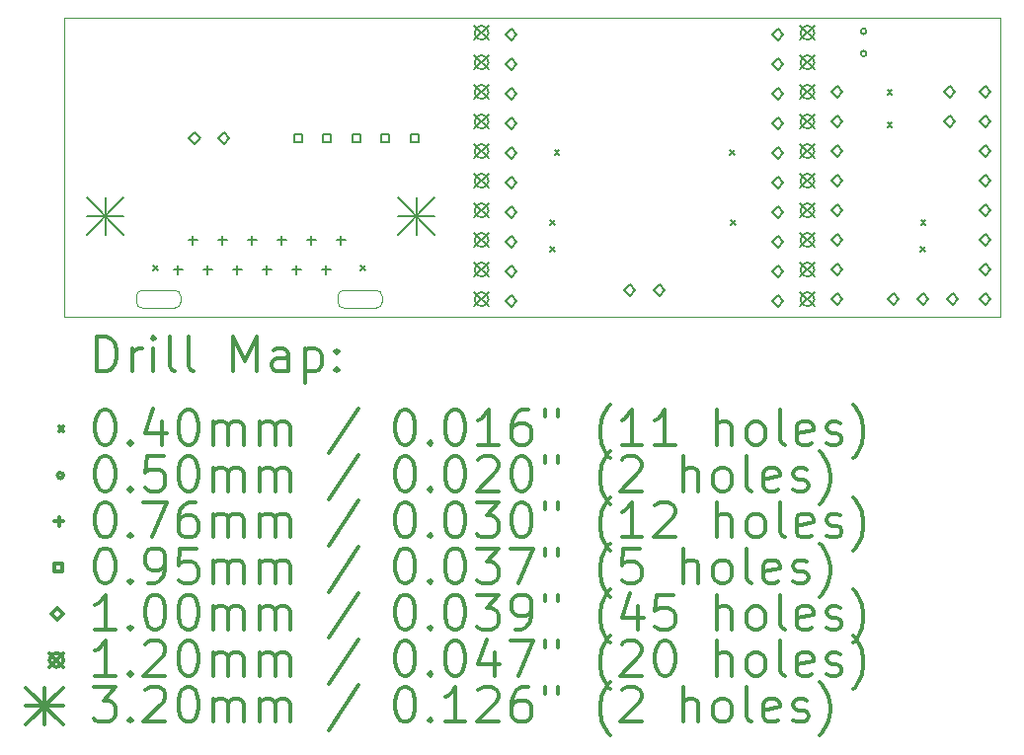
<source format=gbr>
%FSLAX45Y45*%
G04 Gerber Fmt 4.5, Leading zero omitted, Abs format (unit mm)*
G04 Created by KiCad (PCBNEW 5.1.9+dfsg1-1) date 2022-11-10 15:59:03*
%MOMM*%
%LPD*%
G01*
G04 APERTURE LIST*
%TA.AperFunction,Profile*%
%ADD10C,0.050000*%
%TD*%
%ADD11C,0.200000*%
%ADD12C,0.300000*%
G04 APERTURE END LIST*
D10*
X16383000Y-6680200D02*
X16383000Y-9245600D01*
X8356600Y-9245600D02*
X16383000Y-9245600D01*
X8356600Y-6680200D02*
X16383000Y-6680200D01*
X8356600Y-9245600D02*
X8356600Y-6680200D01*
X9029700Y-9169400D02*
X9309100Y-9169400D01*
X9029700Y-9017000D02*
X9309100Y-9017000D01*
X11036300Y-9169400D02*
X10756900Y-9169400D01*
X10756900Y-9017000D02*
X11036300Y-9017000D01*
X11087100Y-9067800D02*
X11087100Y-9118600D01*
X10706100Y-9067800D02*
X10706100Y-9118600D01*
X9359900Y-9067800D02*
X9359900Y-9118600D01*
X8978900Y-9067800D02*
X8978900Y-9118600D01*
X9309100Y-9017000D02*
G75*
G02*
X9359900Y-9067800I0J-50800D01*
G01*
X9359900Y-9118600D02*
G75*
G02*
X9309100Y-9169400I-50800J0D01*
G01*
X9029700Y-9169400D02*
G75*
G02*
X8978900Y-9118600I0J50800D01*
G01*
X8978900Y-9067800D02*
G75*
G02*
X9029700Y-9017000I50800J0D01*
G01*
X11036300Y-9017000D02*
G75*
G02*
X11087100Y-9067800I0J-50800D01*
G01*
X11087100Y-9118600D02*
G75*
G02*
X11036300Y-9169400I-50800J0D01*
G01*
X10756900Y-9169400D02*
G75*
G02*
X10706100Y-9118600I0J50800D01*
G01*
X10706100Y-9067800D02*
G75*
G02*
X10756900Y-9017000I50800J0D01*
G01*
D11*
X9124000Y-8806500D02*
X9164000Y-8846500D01*
X9164000Y-8806500D02*
X9124000Y-8846500D01*
X10902000Y-8806500D02*
X10942000Y-8846500D01*
X10942000Y-8806500D02*
X10902000Y-8846500D01*
X12527600Y-8412800D02*
X12567600Y-8452800D01*
X12567600Y-8412800D02*
X12527600Y-8452800D01*
X12527600Y-8641400D02*
X12567600Y-8681400D01*
X12567600Y-8641400D02*
X12527600Y-8681400D01*
X12565000Y-7811800D02*
X12605000Y-7851800D01*
X12605000Y-7811800D02*
X12565000Y-7851800D01*
X14065000Y-7811800D02*
X14105000Y-7851800D01*
X14105000Y-7811800D02*
X14065000Y-7851800D01*
X14077000Y-8412800D02*
X14117000Y-8452800D01*
X14117000Y-8412800D02*
X14077000Y-8452800D01*
X15418900Y-7295200D02*
X15458900Y-7335200D01*
X15458900Y-7295200D02*
X15418900Y-7335200D01*
X15418900Y-7574600D02*
X15458900Y-7614600D01*
X15458900Y-7574600D02*
X15418900Y-7614600D01*
X15704750Y-8641400D02*
X15744750Y-8681400D01*
X15744750Y-8641400D02*
X15704750Y-8681400D01*
X15706900Y-8412800D02*
X15746900Y-8452800D01*
X15746900Y-8412800D02*
X15706900Y-8452800D01*
X15239600Y-6795000D02*
G75*
G03*
X15239600Y-6795000I-25000J0D01*
G01*
X15239600Y-6985000D02*
G75*
G03*
X15239600Y-6985000I-25000J0D01*
G01*
X9334500Y-8801100D02*
X9334500Y-8877300D01*
X9296400Y-8839200D02*
X9372600Y-8839200D01*
X9461500Y-8547100D02*
X9461500Y-8623300D01*
X9423400Y-8585200D02*
X9499600Y-8585200D01*
X9588500Y-8801100D02*
X9588500Y-8877300D01*
X9550400Y-8839200D02*
X9626600Y-8839200D01*
X9715500Y-8547100D02*
X9715500Y-8623300D01*
X9677400Y-8585200D02*
X9753600Y-8585200D01*
X9842500Y-8801100D02*
X9842500Y-8877300D01*
X9804400Y-8839200D02*
X9880600Y-8839200D01*
X9969500Y-8547100D02*
X9969500Y-8623300D01*
X9931400Y-8585200D02*
X10007600Y-8585200D01*
X10096500Y-8801100D02*
X10096500Y-8877300D01*
X10058400Y-8839200D02*
X10134600Y-8839200D01*
X10223500Y-8547100D02*
X10223500Y-8623300D01*
X10185400Y-8585200D02*
X10261600Y-8585200D01*
X10350500Y-8801100D02*
X10350500Y-8877300D01*
X10312400Y-8839200D02*
X10388600Y-8839200D01*
X10477500Y-8547100D02*
X10477500Y-8623300D01*
X10439400Y-8585200D02*
X10515600Y-8585200D01*
X10604500Y-8801100D02*
X10604500Y-8877300D01*
X10566400Y-8839200D02*
X10642600Y-8839200D01*
X10731500Y-8547100D02*
X10731500Y-8623300D01*
X10693400Y-8585200D02*
X10769600Y-8585200D01*
X10396788Y-7742488D02*
X10396788Y-7675312D01*
X10329612Y-7675312D01*
X10329612Y-7742488D01*
X10396788Y-7742488D01*
X10646788Y-7742488D02*
X10646788Y-7675312D01*
X10579612Y-7675312D01*
X10579612Y-7742488D01*
X10646788Y-7742488D01*
X10896788Y-7742488D02*
X10896788Y-7675312D01*
X10829612Y-7675312D01*
X10829612Y-7742488D01*
X10896788Y-7742488D01*
X11146788Y-7742488D02*
X11146788Y-7675312D01*
X11079612Y-7675312D01*
X11079612Y-7742488D01*
X11146788Y-7742488D01*
X11396788Y-7742488D02*
X11396788Y-7675312D01*
X11329612Y-7675312D01*
X11329612Y-7742488D01*
X11396788Y-7742488D01*
X9478200Y-7758900D02*
X9528200Y-7708900D01*
X9478200Y-7658900D01*
X9428200Y-7708900D01*
X9478200Y-7758900D01*
X9728200Y-7758900D02*
X9778200Y-7708900D01*
X9728200Y-7658900D01*
X9678200Y-7708900D01*
X9728200Y-7758900D01*
X12192000Y-6869900D02*
X12242000Y-6819900D01*
X12192000Y-6769900D01*
X12142000Y-6819900D01*
X12192000Y-6869900D01*
X12192000Y-7123900D02*
X12242000Y-7073900D01*
X12192000Y-7023900D01*
X12142000Y-7073900D01*
X12192000Y-7123900D01*
X12192000Y-7377900D02*
X12242000Y-7327900D01*
X12192000Y-7277900D01*
X12142000Y-7327900D01*
X12192000Y-7377900D01*
X12192000Y-7631900D02*
X12242000Y-7581900D01*
X12192000Y-7531900D01*
X12142000Y-7581900D01*
X12192000Y-7631900D01*
X12192000Y-7885900D02*
X12242000Y-7835900D01*
X12192000Y-7785900D01*
X12142000Y-7835900D01*
X12192000Y-7885900D01*
X12192000Y-8139900D02*
X12242000Y-8089900D01*
X12192000Y-8039900D01*
X12142000Y-8089900D01*
X12192000Y-8139900D01*
X12192000Y-8393900D02*
X12242000Y-8343900D01*
X12192000Y-8293900D01*
X12142000Y-8343900D01*
X12192000Y-8393900D01*
X12192000Y-8647900D02*
X12242000Y-8597900D01*
X12192000Y-8547900D01*
X12142000Y-8597900D01*
X12192000Y-8647900D01*
X12192000Y-8901900D02*
X12242000Y-8851900D01*
X12192000Y-8801900D01*
X12142000Y-8851900D01*
X12192000Y-8901900D01*
X12192000Y-9155900D02*
X12242000Y-9105900D01*
X12192000Y-9055900D01*
X12142000Y-9105900D01*
X12192000Y-9155900D01*
X13208000Y-9067000D02*
X13258000Y-9017000D01*
X13208000Y-8967000D01*
X13158000Y-9017000D01*
X13208000Y-9067000D01*
X13462000Y-9067000D02*
X13512000Y-9017000D01*
X13462000Y-8967000D01*
X13412000Y-9017000D01*
X13462000Y-9067000D01*
X14478000Y-6869900D02*
X14528000Y-6819900D01*
X14478000Y-6769900D01*
X14428000Y-6819900D01*
X14478000Y-6869900D01*
X14478000Y-7123900D02*
X14528000Y-7073900D01*
X14478000Y-7023900D01*
X14428000Y-7073900D01*
X14478000Y-7123900D01*
X14478000Y-7377900D02*
X14528000Y-7327900D01*
X14478000Y-7277900D01*
X14428000Y-7327900D01*
X14478000Y-7377900D01*
X14478000Y-7631900D02*
X14528000Y-7581900D01*
X14478000Y-7531900D01*
X14428000Y-7581900D01*
X14478000Y-7631900D01*
X14478000Y-7885900D02*
X14528000Y-7835900D01*
X14478000Y-7785900D01*
X14428000Y-7835900D01*
X14478000Y-7885900D01*
X14478000Y-8139900D02*
X14528000Y-8089900D01*
X14478000Y-8039900D01*
X14428000Y-8089900D01*
X14478000Y-8139900D01*
X14478000Y-8393900D02*
X14528000Y-8343900D01*
X14478000Y-8293900D01*
X14428000Y-8343900D01*
X14478000Y-8393900D01*
X14478000Y-8647900D02*
X14528000Y-8597900D01*
X14478000Y-8547900D01*
X14428000Y-8597900D01*
X14478000Y-8647900D01*
X14478000Y-8901900D02*
X14528000Y-8851900D01*
X14478000Y-8801900D01*
X14428000Y-8851900D01*
X14478000Y-8901900D01*
X14478000Y-9155900D02*
X14528000Y-9105900D01*
X14478000Y-9055900D01*
X14428000Y-9105900D01*
X14478000Y-9155900D01*
X14986000Y-7365200D02*
X15036000Y-7315200D01*
X14986000Y-7265200D01*
X14936000Y-7315200D01*
X14986000Y-7365200D01*
X14986000Y-7619200D02*
X15036000Y-7569200D01*
X14986000Y-7519200D01*
X14936000Y-7569200D01*
X14986000Y-7619200D01*
X14986000Y-7873200D02*
X15036000Y-7823200D01*
X14986000Y-7773200D01*
X14936000Y-7823200D01*
X14986000Y-7873200D01*
X14986000Y-8127200D02*
X15036000Y-8077200D01*
X14986000Y-8027200D01*
X14936000Y-8077200D01*
X14986000Y-8127200D01*
X14986000Y-8381200D02*
X15036000Y-8331200D01*
X14986000Y-8281200D01*
X14936000Y-8331200D01*
X14986000Y-8381200D01*
X14986000Y-8635200D02*
X15036000Y-8585200D01*
X14986000Y-8535200D01*
X14936000Y-8585200D01*
X14986000Y-8635200D01*
X14986000Y-8889200D02*
X15036000Y-8839200D01*
X14986000Y-8789200D01*
X14936000Y-8839200D01*
X14986000Y-8889200D01*
X14986000Y-9143200D02*
X15036000Y-9093200D01*
X14986000Y-9043200D01*
X14936000Y-9093200D01*
X14986000Y-9143200D01*
X15468600Y-9143200D02*
X15518600Y-9093200D01*
X15468600Y-9043200D01*
X15418600Y-9093200D01*
X15468600Y-9143200D01*
X15722600Y-9143200D02*
X15772600Y-9093200D01*
X15722600Y-9043200D01*
X15672600Y-9093200D01*
X15722600Y-9143200D01*
X15951200Y-7365200D02*
X16001200Y-7315200D01*
X15951200Y-7265200D01*
X15901200Y-7315200D01*
X15951200Y-7365200D01*
X15951200Y-7619200D02*
X16001200Y-7569200D01*
X15951200Y-7519200D01*
X15901200Y-7569200D01*
X15951200Y-7619200D01*
X15976600Y-9143200D02*
X16026600Y-9093200D01*
X15976600Y-9043200D01*
X15926600Y-9093200D01*
X15976600Y-9143200D01*
X16256000Y-7365200D02*
X16306000Y-7315200D01*
X16256000Y-7265200D01*
X16206000Y-7315200D01*
X16256000Y-7365200D01*
X16256000Y-7619200D02*
X16306000Y-7569200D01*
X16256000Y-7519200D01*
X16206000Y-7569200D01*
X16256000Y-7619200D01*
X16256000Y-7873200D02*
X16306000Y-7823200D01*
X16256000Y-7773200D01*
X16206000Y-7823200D01*
X16256000Y-7873200D01*
X16256000Y-8127200D02*
X16306000Y-8077200D01*
X16256000Y-8027200D01*
X16206000Y-8077200D01*
X16256000Y-8127200D01*
X16256000Y-8381200D02*
X16306000Y-8331200D01*
X16256000Y-8281200D01*
X16206000Y-8331200D01*
X16256000Y-8381200D01*
X16256000Y-8635200D02*
X16306000Y-8585200D01*
X16256000Y-8535200D01*
X16206000Y-8585200D01*
X16256000Y-8635200D01*
X16256000Y-8889200D02*
X16306000Y-8839200D01*
X16256000Y-8789200D01*
X16206000Y-8839200D01*
X16256000Y-8889200D01*
X16256000Y-9143200D02*
X16306000Y-9093200D01*
X16256000Y-9043200D01*
X16206000Y-9093200D01*
X16256000Y-9143200D01*
X11878000Y-6747200D02*
X11998000Y-6867200D01*
X11998000Y-6747200D02*
X11878000Y-6867200D01*
X11998000Y-6807200D02*
G75*
G03*
X11998000Y-6807200I-60000J0D01*
G01*
X11878000Y-7001200D02*
X11998000Y-7121200D01*
X11998000Y-7001200D02*
X11878000Y-7121200D01*
X11998000Y-7061200D02*
G75*
G03*
X11998000Y-7061200I-60000J0D01*
G01*
X11878000Y-7255200D02*
X11998000Y-7375200D01*
X11998000Y-7255200D02*
X11878000Y-7375200D01*
X11998000Y-7315200D02*
G75*
G03*
X11998000Y-7315200I-60000J0D01*
G01*
X11878000Y-7509200D02*
X11998000Y-7629200D01*
X11998000Y-7509200D02*
X11878000Y-7629200D01*
X11998000Y-7569200D02*
G75*
G03*
X11998000Y-7569200I-60000J0D01*
G01*
X11878000Y-7763200D02*
X11998000Y-7883200D01*
X11998000Y-7763200D02*
X11878000Y-7883200D01*
X11998000Y-7823200D02*
G75*
G03*
X11998000Y-7823200I-60000J0D01*
G01*
X11878000Y-8017200D02*
X11998000Y-8137200D01*
X11998000Y-8017200D02*
X11878000Y-8137200D01*
X11998000Y-8077200D02*
G75*
G03*
X11998000Y-8077200I-60000J0D01*
G01*
X11878000Y-8271200D02*
X11998000Y-8391200D01*
X11998000Y-8271200D02*
X11878000Y-8391200D01*
X11998000Y-8331200D02*
G75*
G03*
X11998000Y-8331200I-60000J0D01*
G01*
X11878000Y-8525200D02*
X11998000Y-8645200D01*
X11998000Y-8525200D02*
X11878000Y-8645200D01*
X11998000Y-8585200D02*
G75*
G03*
X11998000Y-8585200I-60000J0D01*
G01*
X11878000Y-8779200D02*
X11998000Y-8899200D01*
X11998000Y-8779200D02*
X11878000Y-8899200D01*
X11998000Y-8839200D02*
G75*
G03*
X11998000Y-8839200I-60000J0D01*
G01*
X11878000Y-9033200D02*
X11998000Y-9153200D01*
X11998000Y-9033200D02*
X11878000Y-9153200D01*
X11998000Y-9093200D02*
G75*
G03*
X11998000Y-9093200I-60000J0D01*
G01*
X14672000Y-6747200D02*
X14792000Y-6867200D01*
X14792000Y-6747200D02*
X14672000Y-6867200D01*
X14792000Y-6807200D02*
G75*
G03*
X14792000Y-6807200I-60000J0D01*
G01*
X14672000Y-7001200D02*
X14792000Y-7121200D01*
X14792000Y-7001200D02*
X14672000Y-7121200D01*
X14792000Y-7061200D02*
G75*
G03*
X14792000Y-7061200I-60000J0D01*
G01*
X14672000Y-7255200D02*
X14792000Y-7375200D01*
X14792000Y-7255200D02*
X14672000Y-7375200D01*
X14792000Y-7315200D02*
G75*
G03*
X14792000Y-7315200I-60000J0D01*
G01*
X14672000Y-7509200D02*
X14792000Y-7629200D01*
X14792000Y-7509200D02*
X14672000Y-7629200D01*
X14792000Y-7569200D02*
G75*
G03*
X14792000Y-7569200I-60000J0D01*
G01*
X14672000Y-7763200D02*
X14792000Y-7883200D01*
X14792000Y-7763200D02*
X14672000Y-7883200D01*
X14792000Y-7823200D02*
G75*
G03*
X14792000Y-7823200I-60000J0D01*
G01*
X14672000Y-8017200D02*
X14792000Y-8137200D01*
X14792000Y-8017200D02*
X14672000Y-8137200D01*
X14792000Y-8077200D02*
G75*
G03*
X14792000Y-8077200I-60000J0D01*
G01*
X14672000Y-8271200D02*
X14792000Y-8391200D01*
X14792000Y-8271200D02*
X14672000Y-8391200D01*
X14792000Y-8331200D02*
G75*
G03*
X14792000Y-8331200I-60000J0D01*
G01*
X14672000Y-8525200D02*
X14792000Y-8645200D01*
X14792000Y-8525200D02*
X14672000Y-8645200D01*
X14792000Y-8585200D02*
G75*
G03*
X14792000Y-8585200I-60000J0D01*
G01*
X14672000Y-8779200D02*
X14792000Y-8899200D01*
X14792000Y-8779200D02*
X14672000Y-8899200D01*
X14792000Y-8839200D02*
G75*
G03*
X14792000Y-8839200I-60000J0D01*
G01*
X14672000Y-9033200D02*
X14792000Y-9153200D01*
X14792000Y-9033200D02*
X14672000Y-9153200D01*
X14792000Y-9093200D02*
G75*
G03*
X14792000Y-9093200I-60000J0D01*
G01*
X8552200Y-8222000D02*
X8872200Y-8542000D01*
X8872200Y-8222000D02*
X8552200Y-8542000D01*
X8712200Y-8222000D02*
X8712200Y-8542000D01*
X8552200Y-8382000D02*
X8872200Y-8382000D01*
X11219200Y-8222000D02*
X11539200Y-8542000D01*
X11539200Y-8222000D02*
X11219200Y-8542000D01*
X11379200Y-8222000D02*
X11379200Y-8542000D01*
X11219200Y-8382000D02*
X11539200Y-8382000D01*
D12*
X8640528Y-9713814D02*
X8640528Y-9413814D01*
X8711957Y-9413814D01*
X8754814Y-9428100D01*
X8783386Y-9456672D01*
X8797671Y-9485243D01*
X8811957Y-9542386D01*
X8811957Y-9585243D01*
X8797671Y-9642386D01*
X8783386Y-9670957D01*
X8754814Y-9699529D01*
X8711957Y-9713814D01*
X8640528Y-9713814D01*
X8940528Y-9713814D02*
X8940528Y-9513814D01*
X8940528Y-9570957D02*
X8954814Y-9542386D01*
X8969100Y-9528100D01*
X8997671Y-9513814D01*
X9026243Y-9513814D01*
X9126243Y-9713814D02*
X9126243Y-9513814D01*
X9126243Y-9413814D02*
X9111957Y-9428100D01*
X9126243Y-9442386D01*
X9140528Y-9428100D01*
X9126243Y-9413814D01*
X9126243Y-9442386D01*
X9311957Y-9713814D02*
X9283386Y-9699529D01*
X9269100Y-9670957D01*
X9269100Y-9413814D01*
X9469100Y-9713814D02*
X9440528Y-9699529D01*
X9426243Y-9670957D01*
X9426243Y-9413814D01*
X9811957Y-9713814D02*
X9811957Y-9413814D01*
X9911957Y-9628100D01*
X10011957Y-9413814D01*
X10011957Y-9713814D01*
X10283386Y-9713814D02*
X10283386Y-9556672D01*
X10269100Y-9528100D01*
X10240528Y-9513814D01*
X10183386Y-9513814D01*
X10154814Y-9528100D01*
X10283386Y-9699529D02*
X10254814Y-9713814D01*
X10183386Y-9713814D01*
X10154814Y-9699529D01*
X10140528Y-9670957D01*
X10140528Y-9642386D01*
X10154814Y-9613814D01*
X10183386Y-9599529D01*
X10254814Y-9599529D01*
X10283386Y-9585243D01*
X10426243Y-9513814D02*
X10426243Y-9813814D01*
X10426243Y-9528100D02*
X10454814Y-9513814D01*
X10511957Y-9513814D01*
X10540528Y-9528100D01*
X10554814Y-9542386D01*
X10569100Y-9570957D01*
X10569100Y-9656672D01*
X10554814Y-9685243D01*
X10540528Y-9699529D01*
X10511957Y-9713814D01*
X10454814Y-9713814D01*
X10426243Y-9699529D01*
X10697671Y-9685243D02*
X10711957Y-9699529D01*
X10697671Y-9713814D01*
X10683386Y-9699529D01*
X10697671Y-9685243D01*
X10697671Y-9713814D01*
X10697671Y-9528100D02*
X10711957Y-9542386D01*
X10697671Y-9556672D01*
X10683386Y-9542386D01*
X10697671Y-9528100D01*
X10697671Y-9556672D01*
X8314100Y-10188100D02*
X8354100Y-10228100D01*
X8354100Y-10188100D02*
X8314100Y-10228100D01*
X8697671Y-10043814D02*
X8726243Y-10043814D01*
X8754814Y-10058100D01*
X8769100Y-10072386D01*
X8783386Y-10100957D01*
X8797671Y-10158100D01*
X8797671Y-10229529D01*
X8783386Y-10286672D01*
X8769100Y-10315243D01*
X8754814Y-10329529D01*
X8726243Y-10343814D01*
X8697671Y-10343814D01*
X8669100Y-10329529D01*
X8654814Y-10315243D01*
X8640528Y-10286672D01*
X8626243Y-10229529D01*
X8626243Y-10158100D01*
X8640528Y-10100957D01*
X8654814Y-10072386D01*
X8669100Y-10058100D01*
X8697671Y-10043814D01*
X8926243Y-10315243D02*
X8940528Y-10329529D01*
X8926243Y-10343814D01*
X8911957Y-10329529D01*
X8926243Y-10315243D01*
X8926243Y-10343814D01*
X9197671Y-10143814D02*
X9197671Y-10343814D01*
X9126243Y-10029529D02*
X9054814Y-10243814D01*
X9240528Y-10243814D01*
X9411957Y-10043814D02*
X9440528Y-10043814D01*
X9469100Y-10058100D01*
X9483386Y-10072386D01*
X9497671Y-10100957D01*
X9511957Y-10158100D01*
X9511957Y-10229529D01*
X9497671Y-10286672D01*
X9483386Y-10315243D01*
X9469100Y-10329529D01*
X9440528Y-10343814D01*
X9411957Y-10343814D01*
X9383386Y-10329529D01*
X9369100Y-10315243D01*
X9354814Y-10286672D01*
X9340528Y-10229529D01*
X9340528Y-10158100D01*
X9354814Y-10100957D01*
X9369100Y-10072386D01*
X9383386Y-10058100D01*
X9411957Y-10043814D01*
X9640528Y-10343814D02*
X9640528Y-10143814D01*
X9640528Y-10172386D02*
X9654814Y-10158100D01*
X9683386Y-10143814D01*
X9726243Y-10143814D01*
X9754814Y-10158100D01*
X9769100Y-10186672D01*
X9769100Y-10343814D01*
X9769100Y-10186672D02*
X9783386Y-10158100D01*
X9811957Y-10143814D01*
X9854814Y-10143814D01*
X9883386Y-10158100D01*
X9897671Y-10186672D01*
X9897671Y-10343814D01*
X10040528Y-10343814D02*
X10040528Y-10143814D01*
X10040528Y-10172386D02*
X10054814Y-10158100D01*
X10083386Y-10143814D01*
X10126243Y-10143814D01*
X10154814Y-10158100D01*
X10169100Y-10186672D01*
X10169100Y-10343814D01*
X10169100Y-10186672D02*
X10183386Y-10158100D01*
X10211957Y-10143814D01*
X10254814Y-10143814D01*
X10283386Y-10158100D01*
X10297671Y-10186672D01*
X10297671Y-10343814D01*
X10883386Y-10029529D02*
X10626243Y-10415243D01*
X11269100Y-10043814D02*
X11297671Y-10043814D01*
X11326243Y-10058100D01*
X11340528Y-10072386D01*
X11354814Y-10100957D01*
X11369100Y-10158100D01*
X11369100Y-10229529D01*
X11354814Y-10286672D01*
X11340528Y-10315243D01*
X11326243Y-10329529D01*
X11297671Y-10343814D01*
X11269100Y-10343814D01*
X11240528Y-10329529D01*
X11226243Y-10315243D01*
X11211957Y-10286672D01*
X11197671Y-10229529D01*
X11197671Y-10158100D01*
X11211957Y-10100957D01*
X11226243Y-10072386D01*
X11240528Y-10058100D01*
X11269100Y-10043814D01*
X11497671Y-10315243D02*
X11511957Y-10329529D01*
X11497671Y-10343814D01*
X11483386Y-10329529D01*
X11497671Y-10315243D01*
X11497671Y-10343814D01*
X11697671Y-10043814D02*
X11726243Y-10043814D01*
X11754814Y-10058100D01*
X11769100Y-10072386D01*
X11783386Y-10100957D01*
X11797671Y-10158100D01*
X11797671Y-10229529D01*
X11783386Y-10286672D01*
X11769100Y-10315243D01*
X11754814Y-10329529D01*
X11726243Y-10343814D01*
X11697671Y-10343814D01*
X11669100Y-10329529D01*
X11654814Y-10315243D01*
X11640528Y-10286672D01*
X11626243Y-10229529D01*
X11626243Y-10158100D01*
X11640528Y-10100957D01*
X11654814Y-10072386D01*
X11669100Y-10058100D01*
X11697671Y-10043814D01*
X12083386Y-10343814D02*
X11911957Y-10343814D01*
X11997671Y-10343814D02*
X11997671Y-10043814D01*
X11969100Y-10086672D01*
X11940528Y-10115243D01*
X11911957Y-10129529D01*
X12340528Y-10043814D02*
X12283386Y-10043814D01*
X12254814Y-10058100D01*
X12240528Y-10072386D01*
X12211957Y-10115243D01*
X12197671Y-10172386D01*
X12197671Y-10286672D01*
X12211957Y-10315243D01*
X12226243Y-10329529D01*
X12254814Y-10343814D01*
X12311957Y-10343814D01*
X12340528Y-10329529D01*
X12354814Y-10315243D01*
X12369100Y-10286672D01*
X12369100Y-10215243D01*
X12354814Y-10186672D01*
X12340528Y-10172386D01*
X12311957Y-10158100D01*
X12254814Y-10158100D01*
X12226243Y-10172386D01*
X12211957Y-10186672D01*
X12197671Y-10215243D01*
X12483386Y-10043814D02*
X12483386Y-10100957D01*
X12597671Y-10043814D02*
X12597671Y-10100957D01*
X13040528Y-10458100D02*
X13026243Y-10443814D01*
X12997671Y-10400957D01*
X12983386Y-10372386D01*
X12969100Y-10329529D01*
X12954814Y-10258100D01*
X12954814Y-10200957D01*
X12969100Y-10129529D01*
X12983386Y-10086672D01*
X12997671Y-10058100D01*
X13026243Y-10015243D01*
X13040528Y-10000957D01*
X13311957Y-10343814D02*
X13140528Y-10343814D01*
X13226243Y-10343814D02*
X13226243Y-10043814D01*
X13197671Y-10086672D01*
X13169100Y-10115243D01*
X13140528Y-10129529D01*
X13597671Y-10343814D02*
X13426243Y-10343814D01*
X13511957Y-10343814D02*
X13511957Y-10043814D01*
X13483386Y-10086672D01*
X13454814Y-10115243D01*
X13426243Y-10129529D01*
X13954814Y-10343814D02*
X13954814Y-10043814D01*
X14083386Y-10343814D02*
X14083386Y-10186672D01*
X14069100Y-10158100D01*
X14040528Y-10143814D01*
X13997671Y-10143814D01*
X13969100Y-10158100D01*
X13954814Y-10172386D01*
X14269100Y-10343814D02*
X14240528Y-10329529D01*
X14226243Y-10315243D01*
X14211957Y-10286672D01*
X14211957Y-10200957D01*
X14226243Y-10172386D01*
X14240528Y-10158100D01*
X14269100Y-10143814D01*
X14311957Y-10143814D01*
X14340528Y-10158100D01*
X14354814Y-10172386D01*
X14369100Y-10200957D01*
X14369100Y-10286672D01*
X14354814Y-10315243D01*
X14340528Y-10329529D01*
X14311957Y-10343814D01*
X14269100Y-10343814D01*
X14540528Y-10343814D02*
X14511957Y-10329529D01*
X14497671Y-10300957D01*
X14497671Y-10043814D01*
X14769100Y-10329529D02*
X14740528Y-10343814D01*
X14683386Y-10343814D01*
X14654814Y-10329529D01*
X14640528Y-10300957D01*
X14640528Y-10186672D01*
X14654814Y-10158100D01*
X14683386Y-10143814D01*
X14740528Y-10143814D01*
X14769100Y-10158100D01*
X14783386Y-10186672D01*
X14783386Y-10215243D01*
X14640528Y-10243814D01*
X14897671Y-10329529D02*
X14926243Y-10343814D01*
X14983386Y-10343814D01*
X15011957Y-10329529D01*
X15026243Y-10300957D01*
X15026243Y-10286672D01*
X15011957Y-10258100D01*
X14983386Y-10243814D01*
X14940528Y-10243814D01*
X14911957Y-10229529D01*
X14897671Y-10200957D01*
X14897671Y-10186672D01*
X14911957Y-10158100D01*
X14940528Y-10143814D01*
X14983386Y-10143814D01*
X15011957Y-10158100D01*
X15126243Y-10458100D02*
X15140528Y-10443814D01*
X15169100Y-10400957D01*
X15183386Y-10372386D01*
X15197671Y-10329529D01*
X15211957Y-10258100D01*
X15211957Y-10200957D01*
X15197671Y-10129529D01*
X15183386Y-10086672D01*
X15169100Y-10058100D01*
X15140528Y-10015243D01*
X15126243Y-10000957D01*
X8354100Y-10604100D02*
G75*
G03*
X8354100Y-10604100I-25000J0D01*
G01*
X8697671Y-10439814D02*
X8726243Y-10439814D01*
X8754814Y-10454100D01*
X8769100Y-10468386D01*
X8783386Y-10496957D01*
X8797671Y-10554100D01*
X8797671Y-10625529D01*
X8783386Y-10682672D01*
X8769100Y-10711243D01*
X8754814Y-10725529D01*
X8726243Y-10739814D01*
X8697671Y-10739814D01*
X8669100Y-10725529D01*
X8654814Y-10711243D01*
X8640528Y-10682672D01*
X8626243Y-10625529D01*
X8626243Y-10554100D01*
X8640528Y-10496957D01*
X8654814Y-10468386D01*
X8669100Y-10454100D01*
X8697671Y-10439814D01*
X8926243Y-10711243D02*
X8940528Y-10725529D01*
X8926243Y-10739814D01*
X8911957Y-10725529D01*
X8926243Y-10711243D01*
X8926243Y-10739814D01*
X9211957Y-10439814D02*
X9069100Y-10439814D01*
X9054814Y-10582672D01*
X9069100Y-10568386D01*
X9097671Y-10554100D01*
X9169100Y-10554100D01*
X9197671Y-10568386D01*
X9211957Y-10582672D01*
X9226243Y-10611243D01*
X9226243Y-10682672D01*
X9211957Y-10711243D01*
X9197671Y-10725529D01*
X9169100Y-10739814D01*
X9097671Y-10739814D01*
X9069100Y-10725529D01*
X9054814Y-10711243D01*
X9411957Y-10439814D02*
X9440528Y-10439814D01*
X9469100Y-10454100D01*
X9483386Y-10468386D01*
X9497671Y-10496957D01*
X9511957Y-10554100D01*
X9511957Y-10625529D01*
X9497671Y-10682672D01*
X9483386Y-10711243D01*
X9469100Y-10725529D01*
X9440528Y-10739814D01*
X9411957Y-10739814D01*
X9383386Y-10725529D01*
X9369100Y-10711243D01*
X9354814Y-10682672D01*
X9340528Y-10625529D01*
X9340528Y-10554100D01*
X9354814Y-10496957D01*
X9369100Y-10468386D01*
X9383386Y-10454100D01*
X9411957Y-10439814D01*
X9640528Y-10739814D02*
X9640528Y-10539814D01*
X9640528Y-10568386D02*
X9654814Y-10554100D01*
X9683386Y-10539814D01*
X9726243Y-10539814D01*
X9754814Y-10554100D01*
X9769100Y-10582672D01*
X9769100Y-10739814D01*
X9769100Y-10582672D02*
X9783386Y-10554100D01*
X9811957Y-10539814D01*
X9854814Y-10539814D01*
X9883386Y-10554100D01*
X9897671Y-10582672D01*
X9897671Y-10739814D01*
X10040528Y-10739814D02*
X10040528Y-10539814D01*
X10040528Y-10568386D02*
X10054814Y-10554100D01*
X10083386Y-10539814D01*
X10126243Y-10539814D01*
X10154814Y-10554100D01*
X10169100Y-10582672D01*
X10169100Y-10739814D01*
X10169100Y-10582672D02*
X10183386Y-10554100D01*
X10211957Y-10539814D01*
X10254814Y-10539814D01*
X10283386Y-10554100D01*
X10297671Y-10582672D01*
X10297671Y-10739814D01*
X10883386Y-10425529D02*
X10626243Y-10811243D01*
X11269100Y-10439814D02*
X11297671Y-10439814D01*
X11326243Y-10454100D01*
X11340528Y-10468386D01*
X11354814Y-10496957D01*
X11369100Y-10554100D01*
X11369100Y-10625529D01*
X11354814Y-10682672D01*
X11340528Y-10711243D01*
X11326243Y-10725529D01*
X11297671Y-10739814D01*
X11269100Y-10739814D01*
X11240528Y-10725529D01*
X11226243Y-10711243D01*
X11211957Y-10682672D01*
X11197671Y-10625529D01*
X11197671Y-10554100D01*
X11211957Y-10496957D01*
X11226243Y-10468386D01*
X11240528Y-10454100D01*
X11269100Y-10439814D01*
X11497671Y-10711243D02*
X11511957Y-10725529D01*
X11497671Y-10739814D01*
X11483386Y-10725529D01*
X11497671Y-10711243D01*
X11497671Y-10739814D01*
X11697671Y-10439814D02*
X11726243Y-10439814D01*
X11754814Y-10454100D01*
X11769100Y-10468386D01*
X11783386Y-10496957D01*
X11797671Y-10554100D01*
X11797671Y-10625529D01*
X11783386Y-10682672D01*
X11769100Y-10711243D01*
X11754814Y-10725529D01*
X11726243Y-10739814D01*
X11697671Y-10739814D01*
X11669100Y-10725529D01*
X11654814Y-10711243D01*
X11640528Y-10682672D01*
X11626243Y-10625529D01*
X11626243Y-10554100D01*
X11640528Y-10496957D01*
X11654814Y-10468386D01*
X11669100Y-10454100D01*
X11697671Y-10439814D01*
X11911957Y-10468386D02*
X11926243Y-10454100D01*
X11954814Y-10439814D01*
X12026243Y-10439814D01*
X12054814Y-10454100D01*
X12069100Y-10468386D01*
X12083386Y-10496957D01*
X12083386Y-10525529D01*
X12069100Y-10568386D01*
X11897671Y-10739814D01*
X12083386Y-10739814D01*
X12269100Y-10439814D02*
X12297671Y-10439814D01*
X12326243Y-10454100D01*
X12340528Y-10468386D01*
X12354814Y-10496957D01*
X12369100Y-10554100D01*
X12369100Y-10625529D01*
X12354814Y-10682672D01*
X12340528Y-10711243D01*
X12326243Y-10725529D01*
X12297671Y-10739814D01*
X12269100Y-10739814D01*
X12240528Y-10725529D01*
X12226243Y-10711243D01*
X12211957Y-10682672D01*
X12197671Y-10625529D01*
X12197671Y-10554100D01*
X12211957Y-10496957D01*
X12226243Y-10468386D01*
X12240528Y-10454100D01*
X12269100Y-10439814D01*
X12483386Y-10439814D02*
X12483386Y-10496957D01*
X12597671Y-10439814D02*
X12597671Y-10496957D01*
X13040528Y-10854100D02*
X13026243Y-10839814D01*
X12997671Y-10796957D01*
X12983386Y-10768386D01*
X12969100Y-10725529D01*
X12954814Y-10654100D01*
X12954814Y-10596957D01*
X12969100Y-10525529D01*
X12983386Y-10482672D01*
X12997671Y-10454100D01*
X13026243Y-10411243D01*
X13040528Y-10396957D01*
X13140528Y-10468386D02*
X13154814Y-10454100D01*
X13183386Y-10439814D01*
X13254814Y-10439814D01*
X13283386Y-10454100D01*
X13297671Y-10468386D01*
X13311957Y-10496957D01*
X13311957Y-10525529D01*
X13297671Y-10568386D01*
X13126243Y-10739814D01*
X13311957Y-10739814D01*
X13669100Y-10739814D02*
X13669100Y-10439814D01*
X13797671Y-10739814D02*
X13797671Y-10582672D01*
X13783386Y-10554100D01*
X13754814Y-10539814D01*
X13711957Y-10539814D01*
X13683386Y-10554100D01*
X13669100Y-10568386D01*
X13983386Y-10739814D02*
X13954814Y-10725529D01*
X13940528Y-10711243D01*
X13926243Y-10682672D01*
X13926243Y-10596957D01*
X13940528Y-10568386D01*
X13954814Y-10554100D01*
X13983386Y-10539814D01*
X14026243Y-10539814D01*
X14054814Y-10554100D01*
X14069100Y-10568386D01*
X14083386Y-10596957D01*
X14083386Y-10682672D01*
X14069100Y-10711243D01*
X14054814Y-10725529D01*
X14026243Y-10739814D01*
X13983386Y-10739814D01*
X14254814Y-10739814D02*
X14226243Y-10725529D01*
X14211957Y-10696957D01*
X14211957Y-10439814D01*
X14483386Y-10725529D02*
X14454814Y-10739814D01*
X14397671Y-10739814D01*
X14369100Y-10725529D01*
X14354814Y-10696957D01*
X14354814Y-10582672D01*
X14369100Y-10554100D01*
X14397671Y-10539814D01*
X14454814Y-10539814D01*
X14483386Y-10554100D01*
X14497671Y-10582672D01*
X14497671Y-10611243D01*
X14354814Y-10639814D01*
X14611957Y-10725529D02*
X14640528Y-10739814D01*
X14697671Y-10739814D01*
X14726243Y-10725529D01*
X14740528Y-10696957D01*
X14740528Y-10682672D01*
X14726243Y-10654100D01*
X14697671Y-10639814D01*
X14654814Y-10639814D01*
X14626243Y-10625529D01*
X14611957Y-10596957D01*
X14611957Y-10582672D01*
X14626243Y-10554100D01*
X14654814Y-10539814D01*
X14697671Y-10539814D01*
X14726243Y-10554100D01*
X14840528Y-10854100D02*
X14854814Y-10839814D01*
X14883386Y-10796957D01*
X14897671Y-10768386D01*
X14911957Y-10725529D01*
X14926243Y-10654100D01*
X14926243Y-10596957D01*
X14911957Y-10525529D01*
X14897671Y-10482672D01*
X14883386Y-10454100D01*
X14854814Y-10411243D01*
X14840528Y-10396957D01*
X8316000Y-10962000D02*
X8316000Y-11038200D01*
X8277900Y-11000100D02*
X8354100Y-11000100D01*
X8697671Y-10835814D02*
X8726243Y-10835814D01*
X8754814Y-10850100D01*
X8769100Y-10864386D01*
X8783386Y-10892957D01*
X8797671Y-10950100D01*
X8797671Y-11021529D01*
X8783386Y-11078672D01*
X8769100Y-11107243D01*
X8754814Y-11121529D01*
X8726243Y-11135814D01*
X8697671Y-11135814D01*
X8669100Y-11121529D01*
X8654814Y-11107243D01*
X8640528Y-11078672D01*
X8626243Y-11021529D01*
X8626243Y-10950100D01*
X8640528Y-10892957D01*
X8654814Y-10864386D01*
X8669100Y-10850100D01*
X8697671Y-10835814D01*
X8926243Y-11107243D02*
X8940528Y-11121529D01*
X8926243Y-11135814D01*
X8911957Y-11121529D01*
X8926243Y-11107243D01*
X8926243Y-11135814D01*
X9040528Y-10835814D02*
X9240528Y-10835814D01*
X9111957Y-11135814D01*
X9483386Y-10835814D02*
X9426243Y-10835814D01*
X9397671Y-10850100D01*
X9383386Y-10864386D01*
X9354814Y-10907243D01*
X9340528Y-10964386D01*
X9340528Y-11078672D01*
X9354814Y-11107243D01*
X9369100Y-11121529D01*
X9397671Y-11135814D01*
X9454814Y-11135814D01*
X9483386Y-11121529D01*
X9497671Y-11107243D01*
X9511957Y-11078672D01*
X9511957Y-11007243D01*
X9497671Y-10978672D01*
X9483386Y-10964386D01*
X9454814Y-10950100D01*
X9397671Y-10950100D01*
X9369100Y-10964386D01*
X9354814Y-10978672D01*
X9340528Y-11007243D01*
X9640528Y-11135814D02*
X9640528Y-10935814D01*
X9640528Y-10964386D02*
X9654814Y-10950100D01*
X9683386Y-10935814D01*
X9726243Y-10935814D01*
X9754814Y-10950100D01*
X9769100Y-10978672D01*
X9769100Y-11135814D01*
X9769100Y-10978672D02*
X9783386Y-10950100D01*
X9811957Y-10935814D01*
X9854814Y-10935814D01*
X9883386Y-10950100D01*
X9897671Y-10978672D01*
X9897671Y-11135814D01*
X10040528Y-11135814D02*
X10040528Y-10935814D01*
X10040528Y-10964386D02*
X10054814Y-10950100D01*
X10083386Y-10935814D01*
X10126243Y-10935814D01*
X10154814Y-10950100D01*
X10169100Y-10978672D01*
X10169100Y-11135814D01*
X10169100Y-10978672D02*
X10183386Y-10950100D01*
X10211957Y-10935814D01*
X10254814Y-10935814D01*
X10283386Y-10950100D01*
X10297671Y-10978672D01*
X10297671Y-11135814D01*
X10883386Y-10821529D02*
X10626243Y-11207243D01*
X11269100Y-10835814D02*
X11297671Y-10835814D01*
X11326243Y-10850100D01*
X11340528Y-10864386D01*
X11354814Y-10892957D01*
X11369100Y-10950100D01*
X11369100Y-11021529D01*
X11354814Y-11078672D01*
X11340528Y-11107243D01*
X11326243Y-11121529D01*
X11297671Y-11135814D01*
X11269100Y-11135814D01*
X11240528Y-11121529D01*
X11226243Y-11107243D01*
X11211957Y-11078672D01*
X11197671Y-11021529D01*
X11197671Y-10950100D01*
X11211957Y-10892957D01*
X11226243Y-10864386D01*
X11240528Y-10850100D01*
X11269100Y-10835814D01*
X11497671Y-11107243D02*
X11511957Y-11121529D01*
X11497671Y-11135814D01*
X11483386Y-11121529D01*
X11497671Y-11107243D01*
X11497671Y-11135814D01*
X11697671Y-10835814D02*
X11726243Y-10835814D01*
X11754814Y-10850100D01*
X11769100Y-10864386D01*
X11783386Y-10892957D01*
X11797671Y-10950100D01*
X11797671Y-11021529D01*
X11783386Y-11078672D01*
X11769100Y-11107243D01*
X11754814Y-11121529D01*
X11726243Y-11135814D01*
X11697671Y-11135814D01*
X11669100Y-11121529D01*
X11654814Y-11107243D01*
X11640528Y-11078672D01*
X11626243Y-11021529D01*
X11626243Y-10950100D01*
X11640528Y-10892957D01*
X11654814Y-10864386D01*
X11669100Y-10850100D01*
X11697671Y-10835814D01*
X11897671Y-10835814D02*
X12083386Y-10835814D01*
X11983386Y-10950100D01*
X12026243Y-10950100D01*
X12054814Y-10964386D01*
X12069100Y-10978672D01*
X12083386Y-11007243D01*
X12083386Y-11078672D01*
X12069100Y-11107243D01*
X12054814Y-11121529D01*
X12026243Y-11135814D01*
X11940528Y-11135814D01*
X11911957Y-11121529D01*
X11897671Y-11107243D01*
X12269100Y-10835814D02*
X12297671Y-10835814D01*
X12326243Y-10850100D01*
X12340528Y-10864386D01*
X12354814Y-10892957D01*
X12369100Y-10950100D01*
X12369100Y-11021529D01*
X12354814Y-11078672D01*
X12340528Y-11107243D01*
X12326243Y-11121529D01*
X12297671Y-11135814D01*
X12269100Y-11135814D01*
X12240528Y-11121529D01*
X12226243Y-11107243D01*
X12211957Y-11078672D01*
X12197671Y-11021529D01*
X12197671Y-10950100D01*
X12211957Y-10892957D01*
X12226243Y-10864386D01*
X12240528Y-10850100D01*
X12269100Y-10835814D01*
X12483386Y-10835814D02*
X12483386Y-10892957D01*
X12597671Y-10835814D02*
X12597671Y-10892957D01*
X13040528Y-11250100D02*
X13026243Y-11235814D01*
X12997671Y-11192957D01*
X12983386Y-11164386D01*
X12969100Y-11121529D01*
X12954814Y-11050100D01*
X12954814Y-10992957D01*
X12969100Y-10921529D01*
X12983386Y-10878672D01*
X12997671Y-10850100D01*
X13026243Y-10807243D01*
X13040528Y-10792957D01*
X13311957Y-11135814D02*
X13140528Y-11135814D01*
X13226243Y-11135814D02*
X13226243Y-10835814D01*
X13197671Y-10878672D01*
X13169100Y-10907243D01*
X13140528Y-10921529D01*
X13426243Y-10864386D02*
X13440528Y-10850100D01*
X13469100Y-10835814D01*
X13540528Y-10835814D01*
X13569100Y-10850100D01*
X13583386Y-10864386D01*
X13597671Y-10892957D01*
X13597671Y-10921529D01*
X13583386Y-10964386D01*
X13411957Y-11135814D01*
X13597671Y-11135814D01*
X13954814Y-11135814D02*
X13954814Y-10835814D01*
X14083386Y-11135814D02*
X14083386Y-10978672D01*
X14069100Y-10950100D01*
X14040528Y-10935814D01*
X13997671Y-10935814D01*
X13969100Y-10950100D01*
X13954814Y-10964386D01*
X14269100Y-11135814D02*
X14240528Y-11121529D01*
X14226243Y-11107243D01*
X14211957Y-11078672D01*
X14211957Y-10992957D01*
X14226243Y-10964386D01*
X14240528Y-10950100D01*
X14269100Y-10935814D01*
X14311957Y-10935814D01*
X14340528Y-10950100D01*
X14354814Y-10964386D01*
X14369100Y-10992957D01*
X14369100Y-11078672D01*
X14354814Y-11107243D01*
X14340528Y-11121529D01*
X14311957Y-11135814D01*
X14269100Y-11135814D01*
X14540528Y-11135814D02*
X14511957Y-11121529D01*
X14497671Y-11092957D01*
X14497671Y-10835814D01*
X14769100Y-11121529D02*
X14740528Y-11135814D01*
X14683386Y-11135814D01*
X14654814Y-11121529D01*
X14640528Y-11092957D01*
X14640528Y-10978672D01*
X14654814Y-10950100D01*
X14683386Y-10935814D01*
X14740528Y-10935814D01*
X14769100Y-10950100D01*
X14783386Y-10978672D01*
X14783386Y-11007243D01*
X14640528Y-11035814D01*
X14897671Y-11121529D02*
X14926243Y-11135814D01*
X14983386Y-11135814D01*
X15011957Y-11121529D01*
X15026243Y-11092957D01*
X15026243Y-11078672D01*
X15011957Y-11050100D01*
X14983386Y-11035814D01*
X14940528Y-11035814D01*
X14911957Y-11021529D01*
X14897671Y-10992957D01*
X14897671Y-10978672D01*
X14911957Y-10950100D01*
X14940528Y-10935814D01*
X14983386Y-10935814D01*
X15011957Y-10950100D01*
X15126243Y-11250100D02*
X15140528Y-11235814D01*
X15169100Y-11192957D01*
X15183386Y-11164386D01*
X15197671Y-11121529D01*
X15211957Y-11050100D01*
X15211957Y-10992957D01*
X15197671Y-10921529D01*
X15183386Y-10878672D01*
X15169100Y-10850100D01*
X15140528Y-10807243D01*
X15126243Y-10792957D01*
X8340188Y-11429688D02*
X8340188Y-11362512D01*
X8273012Y-11362512D01*
X8273012Y-11429688D01*
X8340188Y-11429688D01*
X8697671Y-11231814D02*
X8726243Y-11231814D01*
X8754814Y-11246100D01*
X8769100Y-11260386D01*
X8783386Y-11288957D01*
X8797671Y-11346100D01*
X8797671Y-11417529D01*
X8783386Y-11474671D01*
X8769100Y-11503243D01*
X8754814Y-11517529D01*
X8726243Y-11531814D01*
X8697671Y-11531814D01*
X8669100Y-11517529D01*
X8654814Y-11503243D01*
X8640528Y-11474671D01*
X8626243Y-11417529D01*
X8626243Y-11346100D01*
X8640528Y-11288957D01*
X8654814Y-11260386D01*
X8669100Y-11246100D01*
X8697671Y-11231814D01*
X8926243Y-11503243D02*
X8940528Y-11517529D01*
X8926243Y-11531814D01*
X8911957Y-11517529D01*
X8926243Y-11503243D01*
X8926243Y-11531814D01*
X9083386Y-11531814D02*
X9140528Y-11531814D01*
X9169100Y-11517529D01*
X9183386Y-11503243D01*
X9211957Y-11460386D01*
X9226243Y-11403243D01*
X9226243Y-11288957D01*
X9211957Y-11260386D01*
X9197671Y-11246100D01*
X9169100Y-11231814D01*
X9111957Y-11231814D01*
X9083386Y-11246100D01*
X9069100Y-11260386D01*
X9054814Y-11288957D01*
X9054814Y-11360386D01*
X9069100Y-11388957D01*
X9083386Y-11403243D01*
X9111957Y-11417529D01*
X9169100Y-11417529D01*
X9197671Y-11403243D01*
X9211957Y-11388957D01*
X9226243Y-11360386D01*
X9497671Y-11231814D02*
X9354814Y-11231814D01*
X9340528Y-11374671D01*
X9354814Y-11360386D01*
X9383386Y-11346100D01*
X9454814Y-11346100D01*
X9483386Y-11360386D01*
X9497671Y-11374671D01*
X9511957Y-11403243D01*
X9511957Y-11474671D01*
X9497671Y-11503243D01*
X9483386Y-11517529D01*
X9454814Y-11531814D01*
X9383386Y-11531814D01*
X9354814Y-11517529D01*
X9340528Y-11503243D01*
X9640528Y-11531814D02*
X9640528Y-11331814D01*
X9640528Y-11360386D02*
X9654814Y-11346100D01*
X9683386Y-11331814D01*
X9726243Y-11331814D01*
X9754814Y-11346100D01*
X9769100Y-11374671D01*
X9769100Y-11531814D01*
X9769100Y-11374671D02*
X9783386Y-11346100D01*
X9811957Y-11331814D01*
X9854814Y-11331814D01*
X9883386Y-11346100D01*
X9897671Y-11374671D01*
X9897671Y-11531814D01*
X10040528Y-11531814D02*
X10040528Y-11331814D01*
X10040528Y-11360386D02*
X10054814Y-11346100D01*
X10083386Y-11331814D01*
X10126243Y-11331814D01*
X10154814Y-11346100D01*
X10169100Y-11374671D01*
X10169100Y-11531814D01*
X10169100Y-11374671D02*
X10183386Y-11346100D01*
X10211957Y-11331814D01*
X10254814Y-11331814D01*
X10283386Y-11346100D01*
X10297671Y-11374671D01*
X10297671Y-11531814D01*
X10883386Y-11217529D02*
X10626243Y-11603243D01*
X11269100Y-11231814D02*
X11297671Y-11231814D01*
X11326243Y-11246100D01*
X11340528Y-11260386D01*
X11354814Y-11288957D01*
X11369100Y-11346100D01*
X11369100Y-11417529D01*
X11354814Y-11474671D01*
X11340528Y-11503243D01*
X11326243Y-11517529D01*
X11297671Y-11531814D01*
X11269100Y-11531814D01*
X11240528Y-11517529D01*
X11226243Y-11503243D01*
X11211957Y-11474671D01*
X11197671Y-11417529D01*
X11197671Y-11346100D01*
X11211957Y-11288957D01*
X11226243Y-11260386D01*
X11240528Y-11246100D01*
X11269100Y-11231814D01*
X11497671Y-11503243D02*
X11511957Y-11517529D01*
X11497671Y-11531814D01*
X11483386Y-11517529D01*
X11497671Y-11503243D01*
X11497671Y-11531814D01*
X11697671Y-11231814D02*
X11726243Y-11231814D01*
X11754814Y-11246100D01*
X11769100Y-11260386D01*
X11783386Y-11288957D01*
X11797671Y-11346100D01*
X11797671Y-11417529D01*
X11783386Y-11474671D01*
X11769100Y-11503243D01*
X11754814Y-11517529D01*
X11726243Y-11531814D01*
X11697671Y-11531814D01*
X11669100Y-11517529D01*
X11654814Y-11503243D01*
X11640528Y-11474671D01*
X11626243Y-11417529D01*
X11626243Y-11346100D01*
X11640528Y-11288957D01*
X11654814Y-11260386D01*
X11669100Y-11246100D01*
X11697671Y-11231814D01*
X11897671Y-11231814D02*
X12083386Y-11231814D01*
X11983386Y-11346100D01*
X12026243Y-11346100D01*
X12054814Y-11360386D01*
X12069100Y-11374671D01*
X12083386Y-11403243D01*
X12083386Y-11474671D01*
X12069100Y-11503243D01*
X12054814Y-11517529D01*
X12026243Y-11531814D01*
X11940528Y-11531814D01*
X11911957Y-11517529D01*
X11897671Y-11503243D01*
X12183386Y-11231814D02*
X12383386Y-11231814D01*
X12254814Y-11531814D01*
X12483386Y-11231814D02*
X12483386Y-11288957D01*
X12597671Y-11231814D02*
X12597671Y-11288957D01*
X13040528Y-11646100D02*
X13026243Y-11631814D01*
X12997671Y-11588957D01*
X12983386Y-11560386D01*
X12969100Y-11517529D01*
X12954814Y-11446100D01*
X12954814Y-11388957D01*
X12969100Y-11317529D01*
X12983386Y-11274671D01*
X12997671Y-11246100D01*
X13026243Y-11203243D01*
X13040528Y-11188957D01*
X13297671Y-11231814D02*
X13154814Y-11231814D01*
X13140528Y-11374671D01*
X13154814Y-11360386D01*
X13183386Y-11346100D01*
X13254814Y-11346100D01*
X13283386Y-11360386D01*
X13297671Y-11374671D01*
X13311957Y-11403243D01*
X13311957Y-11474671D01*
X13297671Y-11503243D01*
X13283386Y-11517529D01*
X13254814Y-11531814D01*
X13183386Y-11531814D01*
X13154814Y-11517529D01*
X13140528Y-11503243D01*
X13669100Y-11531814D02*
X13669100Y-11231814D01*
X13797671Y-11531814D02*
X13797671Y-11374671D01*
X13783386Y-11346100D01*
X13754814Y-11331814D01*
X13711957Y-11331814D01*
X13683386Y-11346100D01*
X13669100Y-11360386D01*
X13983386Y-11531814D02*
X13954814Y-11517529D01*
X13940528Y-11503243D01*
X13926243Y-11474671D01*
X13926243Y-11388957D01*
X13940528Y-11360386D01*
X13954814Y-11346100D01*
X13983386Y-11331814D01*
X14026243Y-11331814D01*
X14054814Y-11346100D01*
X14069100Y-11360386D01*
X14083386Y-11388957D01*
X14083386Y-11474671D01*
X14069100Y-11503243D01*
X14054814Y-11517529D01*
X14026243Y-11531814D01*
X13983386Y-11531814D01*
X14254814Y-11531814D02*
X14226243Y-11517529D01*
X14211957Y-11488957D01*
X14211957Y-11231814D01*
X14483386Y-11517529D02*
X14454814Y-11531814D01*
X14397671Y-11531814D01*
X14369100Y-11517529D01*
X14354814Y-11488957D01*
X14354814Y-11374671D01*
X14369100Y-11346100D01*
X14397671Y-11331814D01*
X14454814Y-11331814D01*
X14483386Y-11346100D01*
X14497671Y-11374671D01*
X14497671Y-11403243D01*
X14354814Y-11431814D01*
X14611957Y-11517529D02*
X14640528Y-11531814D01*
X14697671Y-11531814D01*
X14726243Y-11517529D01*
X14740528Y-11488957D01*
X14740528Y-11474671D01*
X14726243Y-11446100D01*
X14697671Y-11431814D01*
X14654814Y-11431814D01*
X14626243Y-11417529D01*
X14611957Y-11388957D01*
X14611957Y-11374671D01*
X14626243Y-11346100D01*
X14654814Y-11331814D01*
X14697671Y-11331814D01*
X14726243Y-11346100D01*
X14840528Y-11646100D02*
X14854814Y-11631814D01*
X14883386Y-11588957D01*
X14897671Y-11560386D01*
X14911957Y-11517529D01*
X14926243Y-11446100D01*
X14926243Y-11388957D01*
X14911957Y-11317529D01*
X14897671Y-11274671D01*
X14883386Y-11246100D01*
X14854814Y-11203243D01*
X14840528Y-11188957D01*
X8304100Y-11842100D02*
X8354100Y-11792100D01*
X8304100Y-11742100D01*
X8254100Y-11792100D01*
X8304100Y-11842100D01*
X8797671Y-11927814D02*
X8626243Y-11927814D01*
X8711957Y-11927814D02*
X8711957Y-11627814D01*
X8683386Y-11670671D01*
X8654814Y-11699243D01*
X8626243Y-11713529D01*
X8926243Y-11899243D02*
X8940528Y-11913529D01*
X8926243Y-11927814D01*
X8911957Y-11913529D01*
X8926243Y-11899243D01*
X8926243Y-11927814D01*
X9126243Y-11627814D02*
X9154814Y-11627814D01*
X9183386Y-11642100D01*
X9197671Y-11656386D01*
X9211957Y-11684957D01*
X9226243Y-11742100D01*
X9226243Y-11813529D01*
X9211957Y-11870671D01*
X9197671Y-11899243D01*
X9183386Y-11913529D01*
X9154814Y-11927814D01*
X9126243Y-11927814D01*
X9097671Y-11913529D01*
X9083386Y-11899243D01*
X9069100Y-11870671D01*
X9054814Y-11813529D01*
X9054814Y-11742100D01*
X9069100Y-11684957D01*
X9083386Y-11656386D01*
X9097671Y-11642100D01*
X9126243Y-11627814D01*
X9411957Y-11627814D02*
X9440528Y-11627814D01*
X9469100Y-11642100D01*
X9483386Y-11656386D01*
X9497671Y-11684957D01*
X9511957Y-11742100D01*
X9511957Y-11813529D01*
X9497671Y-11870671D01*
X9483386Y-11899243D01*
X9469100Y-11913529D01*
X9440528Y-11927814D01*
X9411957Y-11927814D01*
X9383386Y-11913529D01*
X9369100Y-11899243D01*
X9354814Y-11870671D01*
X9340528Y-11813529D01*
X9340528Y-11742100D01*
X9354814Y-11684957D01*
X9369100Y-11656386D01*
X9383386Y-11642100D01*
X9411957Y-11627814D01*
X9640528Y-11927814D02*
X9640528Y-11727814D01*
X9640528Y-11756386D02*
X9654814Y-11742100D01*
X9683386Y-11727814D01*
X9726243Y-11727814D01*
X9754814Y-11742100D01*
X9769100Y-11770671D01*
X9769100Y-11927814D01*
X9769100Y-11770671D02*
X9783386Y-11742100D01*
X9811957Y-11727814D01*
X9854814Y-11727814D01*
X9883386Y-11742100D01*
X9897671Y-11770671D01*
X9897671Y-11927814D01*
X10040528Y-11927814D02*
X10040528Y-11727814D01*
X10040528Y-11756386D02*
X10054814Y-11742100D01*
X10083386Y-11727814D01*
X10126243Y-11727814D01*
X10154814Y-11742100D01*
X10169100Y-11770671D01*
X10169100Y-11927814D01*
X10169100Y-11770671D02*
X10183386Y-11742100D01*
X10211957Y-11727814D01*
X10254814Y-11727814D01*
X10283386Y-11742100D01*
X10297671Y-11770671D01*
X10297671Y-11927814D01*
X10883386Y-11613529D02*
X10626243Y-11999243D01*
X11269100Y-11627814D02*
X11297671Y-11627814D01*
X11326243Y-11642100D01*
X11340528Y-11656386D01*
X11354814Y-11684957D01*
X11369100Y-11742100D01*
X11369100Y-11813529D01*
X11354814Y-11870671D01*
X11340528Y-11899243D01*
X11326243Y-11913529D01*
X11297671Y-11927814D01*
X11269100Y-11927814D01*
X11240528Y-11913529D01*
X11226243Y-11899243D01*
X11211957Y-11870671D01*
X11197671Y-11813529D01*
X11197671Y-11742100D01*
X11211957Y-11684957D01*
X11226243Y-11656386D01*
X11240528Y-11642100D01*
X11269100Y-11627814D01*
X11497671Y-11899243D02*
X11511957Y-11913529D01*
X11497671Y-11927814D01*
X11483386Y-11913529D01*
X11497671Y-11899243D01*
X11497671Y-11927814D01*
X11697671Y-11627814D02*
X11726243Y-11627814D01*
X11754814Y-11642100D01*
X11769100Y-11656386D01*
X11783386Y-11684957D01*
X11797671Y-11742100D01*
X11797671Y-11813529D01*
X11783386Y-11870671D01*
X11769100Y-11899243D01*
X11754814Y-11913529D01*
X11726243Y-11927814D01*
X11697671Y-11927814D01*
X11669100Y-11913529D01*
X11654814Y-11899243D01*
X11640528Y-11870671D01*
X11626243Y-11813529D01*
X11626243Y-11742100D01*
X11640528Y-11684957D01*
X11654814Y-11656386D01*
X11669100Y-11642100D01*
X11697671Y-11627814D01*
X11897671Y-11627814D02*
X12083386Y-11627814D01*
X11983386Y-11742100D01*
X12026243Y-11742100D01*
X12054814Y-11756386D01*
X12069100Y-11770671D01*
X12083386Y-11799243D01*
X12083386Y-11870671D01*
X12069100Y-11899243D01*
X12054814Y-11913529D01*
X12026243Y-11927814D01*
X11940528Y-11927814D01*
X11911957Y-11913529D01*
X11897671Y-11899243D01*
X12226243Y-11927814D02*
X12283386Y-11927814D01*
X12311957Y-11913529D01*
X12326243Y-11899243D01*
X12354814Y-11856386D01*
X12369100Y-11799243D01*
X12369100Y-11684957D01*
X12354814Y-11656386D01*
X12340528Y-11642100D01*
X12311957Y-11627814D01*
X12254814Y-11627814D01*
X12226243Y-11642100D01*
X12211957Y-11656386D01*
X12197671Y-11684957D01*
X12197671Y-11756386D01*
X12211957Y-11784957D01*
X12226243Y-11799243D01*
X12254814Y-11813529D01*
X12311957Y-11813529D01*
X12340528Y-11799243D01*
X12354814Y-11784957D01*
X12369100Y-11756386D01*
X12483386Y-11627814D02*
X12483386Y-11684957D01*
X12597671Y-11627814D02*
X12597671Y-11684957D01*
X13040528Y-12042100D02*
X13026243Y-12027814D01*
X12997671Y-11984957D01*
X12983386Y-11956386D01*
X12969100Y-11913529D01*
X12954814Y-11842100D01*
X12954814Y-11784957D01*
X12969100Y-11713529D01*
X12983386Y-11670671D01*
X12997671Y-11642100D01*
X13026243Y-11599243D01*
X13040528Y-11584957D01*
X13283386Y-11727814D02*
X13283386Y-11927814D01*
X13211957Y-11613529D02*
X13140528Y-11827814D01*
X13326243Y-11827814D01*
X13583386Y-11627814D02*
X13440528Y-11627814D01*
X13426243Y-11770671D01*
X13440528Y-11756386D01*
X13469100Y-11742100D01*
X13540528Y-11742100D01*
X13569100Y-11756386D01*
X13583386Y-11770671D01*
X13597671Y-11799243D01*
X13597671Y-11870671D01*
X13583386Y-11899243D01*
X13569100Y-11913529D01*
X13540528Y-11927814D01*
X13469100Y-11927814D01*
X13440528Y-11913529D01*
X13426243Y-11899243D01*
X13954814Y-11927814D02*
X13954814Y-11627814D01*
X14083386Y-11927814D02*
X14083386Y-11770671D01*
X14069100Y-11742100D01*
X14040528Y-11727814D01*
X13997671Y-11727814D01*
X13969100Y-11742100D01*
X13954814Y-11756386D01*
X14269100Y-11927814D02*
X14240528Y-11913529D01*
X14226243Y-11899243D01*
X14211957Y-11870671D01*
X14211957Y-11784957D01*
X14226243Y-11756386D01*
X14240528Y-11742100D01*
X14269100Y-11727814D01*
X14311957Y-11727814D01*
X14340528Y-11742100D01*
X14354814Y-11756386D01*
X14369100Y-11784957D01*
X14369100Y-11870671D01*
X14354814Y-11899243D01*
X14340528Y-11913529D01*
X14311957Y-11927814D01*
X14269100Y-11927814D01*
X14540528Y-11927814D02*
X14511957Y-11913529D01*
X14497671Y-11884957D01*
X14497671Y-11627814D01*
X14769100Y-11913529D02*
X14740528Y-11927814D01*
X14683386Y-11927814D01*
X14654814Y-11913529D01*
X14640528Y-11884957D01*
X14640528Y-11770671D01*
X14654814Y-11742100D01*
X14683386Y-11727814D01*
X14740528Y-11727814D01*
X14769100Y-11742100D01*
X14783386Y-11770671D01*
X14783386Y-11799243D01*
X14640528Y-11827814D01*
X14897671Y-11913529D02*
X14926243Y-11927814D01*
X14983386Y-11927814D01*
X15011957Y-11913529D01*
X15026243Y-11884957D01*
X15026243Y-11870671D01*
X15011957Y-11842100D01*
X14983386Y-11827814D01*
X14940528Y-11827814D01*
X14911957Y-11813529D01*
X14897671Y-11784957D01*
X14897671Y-11770671D01*
X14911957Y-11742100D01*
X14940528Y-11727814D01*
X14983386Y-11727814D01*
X15011957Y-11742100D01*
X15126243Y-12042100D02*
X15140528Y-12027814D01*
X15169100Y-11984957D01*
X15183386Y-11956386D01*
X15197671Y-11913529D01*
X15211957Y-11842100D01*
X15211957Y-11784957D01*
X15197671Y-11713529D01*
X15183386Y-11670671D01*
X15169100Y-11642100D01*
X15140528Y-11599243D01*
X15126243Y-11584957D01*
X8234100Y-12128100D02*
X8354100Y-12248100D01*
X8354100Y-12128100D02*
X8234100Y-12248100D01*
X8354100Y-12188100D02*
G75*
G03*
X8354100Y-12188100I-60000J0D01*
G01*
X8797671Y-12323814D02*
X8626243Y-12323814D01*
X8711957Y-12323814D02*
X8711957Y-12023814D01*
X8683386Y-12066671D01*
X8654814Y-12095243D01*
X8626243Y-12109529D01*
X8926243Y-12295243D02*
X8940528Y-12309529D01*
X8926243Y-12323814D01*
X8911957Y-12309529D01*
X8926243Y-12295243D01*
X8926243Y-12323814D01*
X9054814Y-12052386D02*
X9069100Y-12038100D01*
X9097671Y-12023814D01*
X9169100Y-12023814D01*
X9197671Y-12038100D01*
X9211957Y-12052386D01*
X9226243Y-12080957D01*
X9226243Y-12109529D01*
X9211957Y-12152386D01*
X9040528Y-12323814D01*
X9226243Y-12323814D01*
X9411957Y-12023814D02*
X9440528Y-12023814D01*
X9469100Y-12038100D01*
X9483386Y-12052386D01*
X9497671Y-12080957D01*
X9511957Y-12138100D01*
X9511957Y-12209529D01*
X9497671Y-12266671D01*
X9483386Y-12295243D01*
X9469100Y-12309529D01*
X9440528Y-12323814D01*
X9411957Y-12323814D01*
X9383386Y-12309529D01*
X9369100Y-12295243D01*
X9354814Y-12266671D01*
X9340528Y-12209529D01*
X9340528Y-12138100D01*
X9354814Y-12080957D01*
X9369100Y-12052386D01*
X9383386Y-12038100D01*
X9411957Y-12023814D01*
X9640528Y-12323814D02*
X9640528Y-12123814D01*
X9640528Y-12152386D02*
X9654814Y-12138100D01*
X9683386Y-12123814D01*
X9726243Y-12123814D01*
X9754814Y-12138100D01*
X9769100Y-12166671D01*
X9769100Y-12323814D01*
X9769100Y-12166671D02*
X9783386Y-12138100D01*
X9811957Y-12123814D01*
X9854814Y-12123814D01*
X9883386Y-12138100D01*
X9897671Y-12166671D01*
X9897671Y-12323814D01*
X10040528Y-12323814D02*
X10040528Y-12123814D01*
X10040528Y-12152386D02*
X10054814Y-12138100D01*
X10083386Y-12123814D01*
X10126243Y-12123814D01*
X10154814Y-12138100D01*
X10169100Y-12166671D01*
X10169100Y-12323814D01*
X10169100Y-12166671D02*
X10183386Y-12138100D01*
X10211957Y-12123814D01*
X10254814Y-12123814D01*
X10283386Y-12138100D01*
X10297671Y-12166671D01*
X10297671Y-12323814D01*
X10883386Y-12009529D02*
X10626243Y-12395243D01*
X11269100Y-12023814D02*
X11297671Y-12023814D01*
X11326243Y-12038100D01*
X11340528Y-12052386D01*
X11354814Y-12080957D01*
X11369100Y-12138100D01*
X11369100Y-12209529D01*
X11354814Y-12266671D01*
X11340528Y-12295243D01*
X11326243Y-12309529D01*
X11297671Y-12323814D01*
X11269100Y-12323814D01*
X11240528Y-12309529D01*
X11226243Y-12295243D01*
X11211957Y-12266671D01*
X11197671Y-12209529D01*
X11197671Y-12138100D01*
X11211957Y-12080957D01*
X11226243Y-12052386D01*
X11240528Y-12038100D01*
X11269100Y-12023814D01*
X11497671Y-12295243D02*
X11511957Y-12309529D01*
X11497671Y-12323814D01*
X11483386Y-12309529D01*
X11497671Y-12295243D01*
X11497671Y-12323814D01*
X11697671Y-12023814D02*
X11726243Y-12023814D01*
X11754814Y-12038100D01*
X11769100Y-12052386D01*
X11783386Y-12080957D01*
X11797671Y-12138100D01*
X11797671Y-12209529D01*
X11783386Y-12266671D01*
X11769100Y-12295243D01*
X11754814Y-12309529D01*
X11726243Y-12323814D01*
X11697671Y-12323814D01*
X11669100Y-12309529D01*
X11654814Y-12295243D01*
X11640528Y-12266671D01*
X11626243Y-12209529D01*
X11626243Y-12138100D01*
X11640528Y-12080957D01*
X11654814Y-12052386D01*
X11669100Y-12038100D01*
X11697671Y-12023814D01*
X12054814Y-12123814D02*
X12054814Y-12323814D01*
X11983386Y-12009529D02*
X11911957Y-12223814D01*
X12097671Y-12223814D01*
X12183386Y-12023814D02*
X12383386Y-12023814D01*
X12254814Y-12323814D01*
X12483386Y-12023814D02*
X12483386Y-12080957D01*
X12597671Y-12023814D02*
X12597671Y-12080957D01*
X13040528Y-12438100D02*
X13026243Y-12423814D01*
X12997671Y-12380957D01*
X12983386Y-12352386D01*
X12969100Y-12309529D01*
X12954814Y-12238100D01*
X12954814Y-12180957D01*
X12969100Y-12109529D01*
X12983386Y-12066671D01*
X12997671Y-12038100D01*
X13026243Y-11995243D01*
X13040528Y-11980957D01*
X13140528Y-12052386D02*
X13154814Y-12038100D01*
X13183386Y-12023814D01*
X13254814Y-12023814D01*
X13283386Y-12038100D01*
X13297671Y-12052386D01*
X13311957Y-12080957D01*
X13311957Y-12109529D01*
X13297671Y-12152386D01*
X13126243Y-12323814D01*
X13311957Y-12323814D01*
X13497671Y-12023814D02*
X13526243Y-12023814D01*
X13554814Y-12038100D01*
X13569100Y-12052386D01*
X13583386Y-12080957D01*
X13597671Y-12138100D01*
X13597671Y-12209529D01*
X13583386Y-12266671D01*
X13569100Y-12295243D01*
X13554814Y-12309529D01*
X13526243Y-12323814D01*
X13497671Y-12323814D01*
X13469100Y-12309529D01*
X13454814Y-12295243D01*
X13440528Y-12266671D01*
X13426243Y-12209529D01*
X13426243Y-12138100D01*
X13440528Y-12080957D01*
X13454814Y-12052386D01*
X13469100Y-12038100D01*
X13497671Y-12023814D01*
X13954814Y-12323814D02*
X13954814Y-12023814D01*
X14083386Y-12323814D02*
X14083386Y-12166671D01*
X14069100Y-12138100D01*
X14040528Y-12123814D01*
X13997671Y-12123814D01*
X13969100Y-12138100D01*
X13954814Y-12152386D01*
X14269100Y-12323814D02*
X14240528Y-12309529D01*
X14226243Y-12295243D01*
X14211957Y-12266671D01*
X14211957Y-12180957D01*
X14226243Y-12152386D01*
X14240528Y-12138100D01*
X14269100Y-12123814D01*
X14311957Y-12123814D01*
X14340528Y-12138100D01*
X14354814Y-12152386D01*
X14369100Y-12180957D01*
X14369100Y-12266671D01*
X14354814Y-12295243D01*
X14340528Y-12309529D01*
X14311957Y-12323814D01*
X14269100Y-12323814D01*
X14540528Y-12323814D02*
X14511957Y-12309529D01*
X14497671Y-12280957D01*
X14497671Y-12023814D01*
X14769100Y-12309529D02*
X14740528Y-12323814D01*
X14683386Y-12323814D01*
X14654814Y-12309529D01*
X14640528Y-12280957D01*
X14640528Y-12166671D01*
X14654814Y-12138100D01*
X14683386Y-12123814D01*
X14740528Y-12123814D01*
X14769100Y-12138100D01*
X14783386Y-12166671D01*
X14783386Y-12195243D01*
X14640528Y-12223814D01*
X14897671Y-12309529D02*
X14926243Y-12323814D01*
X14983386Y-12323814D01*
X15011957Y-12309529D01*
X15026243Y-12280957D01*
X15026243Y-12266671D01*
X15011957Y-12238100D01*
X14983386Y-12223814D01*
X14940528Y-12223814D01*
X14911957Y-12209529D01*
X14897671Y-12180957D01*
X14897671Y-12166671D01*
X14911957Y-12138100D01*
X14940528Y-12123814D01*
X14983386Y-12123814D01*
X15011957Y-12138100D01*
X15126243Y-12438100D02*
X15140528Y-12423814D01*
X15169100Y-12380957D01*
X15183386Y-12352386D01*
X15197671Y-12309529D01*
X15211957Y-12238100D01*
X15211957Y-12180957D01*
X15197671Y-12109529D01*
X15183386Y-12066671D01*
X15169100Y-12038100D01*
X15140528Y-11995243D01*
X15126243Y-11980957D01*
X8034100Y-12424100D02*
X8354100Y-12744100D01*
X8354100Y-12424100D02*
X8034100Y-12744100D01*
X8194100Y-12424100D02*
X8194100Y-12744100D01*
X8034100Y-12584100D02*
X8354100Y-12584100D01*
X8611957Y-12419814D02*
X8797671Y-12419814D01*
X8697671Y-12534100D01*
X8740528Y-12534100D01*
X8769100Y-12548386D01*
X8783386Y-12562671D01*
X8797671Y-12591243D01*
X8797671Y-12662671D01*
X8783386Y-12691243D01*
X8769100Y-12705529D01*
X8740528Y-12719814D01*
X8654814Y-12719814D01*
X8626243Y-12705529D01*
X8611957Y-12691243D01*
X8926243Y-12691243D02*
X8940528Y-12705529D01*
X8926243Y-12719814D01*
X8911957Y-12705529D01*
X8926243Y-12691243D01*
X8926243Y-12719814D01*
X9054814Y-12448386D02*
X9069100Y-12434100D01*
X9097671Y-12419814D01*
X9169100Y-12419814D01*
X9197671Y-12434100D01*
X9211957Y-12448386D01*
X9226243Y-12476957D01*
X9226243Y-12505529D01*
X9211957Y-12548386D01*
X9040528Y-12719814D01*
X9226243Y-12719814D01*
X9411957Y-12419814D02*
X9440528Y-12419814D01*
X9469100Y-12434100D01*
X9483386Y-12448386D01*
X9497671Y-12476957D01*
X9511957Y-12534100D01*
X9511957Y-12605529D01*
X9497671Y-12662671D01*
X9483386Y-12691243D01*
X9469100Y-12705529D01*
X9440528Y-12719814D01*
X9411957Y-12719814D01*
X9383386Y-12705529D01*
X9369100Y-12691243D01*
X9354814Y-12662671D01*
X9340528Y-12605529D01*
X9340528Y-12534100D01*
X9354814Y-12476957D01*
X9369100Y-12448386D01*
X9383386Y-12434100D01*
X9411957Y-12419814D01*
X9640528Y-12719814D02*
X9640528Y-12519814D01*
X9640528Y-12548386D02*
X9654814Y-12534100D01*
X9683386Y-12519814D01*
X9726243Y-12519814D01*
X9754814Y-12534100D01*
X9769100Y-12562671D01*
X9769100Y-12719814D01*
X9769100Y-12562671D02*
X9783386Y-12534100D01*
X9811957Y-12519814D01*
X9854814Y-12519814D01*
X9883386Y-12534100D01*
X9897671Y-12562671D01*
X9897671Y-12719814D01*
X10040528Y-12719814D02*
X10040528Y-12519814D01*
X10040528Y-12548386D02*
X10054814Y-12534100D01*
X10083386Y-12519814D01*
X10126243Y-12519814D01*
X10154814Y-12534100D01*
X10169100Y-12562671D01*
X10169100Y-12719814D01*
X10169100Y-12562671D02*
X10183386Y-12534100D01*
X10211957Y-12519814D01*
X10254814Y-12519814D01*
X10283386Y-12534100D01*
X10297671Y-12562671D01*
X10297671Y-12719814D01*
X10883386Y-12405529D02*
X10626243Y-12791243D01*
X11269100Y-12419814D02*
X11297671Y-12419814D01*
X11326243Y-12434100D01*
X11340528Y-12448386D01*
X11354814Y-12476957D01*
X11369100Y-12534100D01*
X11369100Y-12605529D01*
X11354814Y-12662671D01*
X11340528Y-12691243D01*
X11326243Y-12705529D01*
X11297671Y-12719814D01*
X11269100Y-12719814D01*
X11240528Y-12705529D01*
X11226243Y-12691243D01*
X11211957Y-12662671D01*
X11197671Y-12605529D01*
X11197671Y-12534100D01*
X11211957Y-12476957D01*
X11226243Y-12448386D01*
X11240528Y-12434100D01*
X11269100Y-12419814D01*
X11497671Y-12691243D02*
X11511957Y-12705529D01*
X11497671Y-12719814D01*
X11483386Y-12705529D01*
X11497671Y-12691243D01*
X11497671Y-12719814D01*
X11797671Y-12719814D02*
X11626243Y-12719814D01*
X11711957Y-12719814D02*
X11711957Y-12419814D01*
X11683386Y-12462671D01*
X11654814Y-12491243D01*
X11626243Y-12505529D01*
X11911957Y-12448386D02*
X11926243Y-12434100D01*
X11954814Y-12419814D01*
X12026243Y-12419814D01*
X12054814Y-12434100D01*
X12069100Y-12448386D01*
X12083386Y-12476957D01*
X12083386Y-12505529D01*
X12069100Y-12548386D01*
X11897671Y-12719814D01*
X12083386Y-12719814D01*
X12340528Y-12419814D02*
X12283386Y-12419814D01*
X12254814Y-12434100D01*
X12240528Y-12448386D01*
X12211957Y-12491243D01*
X12197671Y-12548386D01*
X12197671Y-12662671D01*
X12211957Y-12691243D01*
X12226243Y-12705529D01*
X12254814Y-12719814D01*
X12311957Y-12719814D01*
X12340528Y-12705529D01*
X12354814Y-12691243D01*
X12369100Y-12662671D01*
X12369100Y-12591243D01*
X12354814Y-12562671D01*
X12340528Y-12548386D01*
X12311957Y-12534100D01*
X12254814Y-12534100D01*
X12226243Y-12548386D01*
X12211957Y-12562671D01*
X12197671Y-12591243D01*
X12483386Y-12419814D02*
X12483386Y-12476957D01*
X12597671Y-12419814D02*
X12597671Y-12476957D01*
X13040528Y-12834100D02*
X13026243Y-12819814D01*
X12997671Y-12776957D01*
X12983386Y-12748386D01*
X12969100Y-12705529D01*
X12954814Y-12634100D01*
X12954814Y-12576957D01*
X12969100Y-12505529D01*
X12983386Y-12462671D01*
X12997671Y-12434100D01*
X13026243Y-12391243D01*
X13040528Y-12376957D01*
X13140528Y-12448386D02*
X13154814Y-12434100D01*
X13183386Y-12419814D01*
X13254814Y-12419814D01*
X13283386Y-12434100D01*
X13297671Y-12448386D01*
X13311957Y-12476957D01*
X13311957Y-12505529D01*
X13297671Y-12548386D01*
X13126243Y-12719814D01*
X13311957Y-12719814D01*
X13669100Y-12719814D02*
X13669100Y-12419814D01*
X13797671Y-12719814D02*
X13797671Y-12562671D01*
X13783386Y-12534100D01*
X13754814Y-12519814D01*
X13711957Y-12519814D01*
X13683386Y-12534100D01*
X13669100Y-12548386D01*
X13983386Y-12719814D02*
X13954814Y-12705529D01*
X13940528Y-12691243D01*
X13926243Y-12662671D01*
X13926243Y-12576957D01*
X13940528Y-12548386D01*
X13954814Y-12534100D01*
X13983386Y-12519814D01*
X14026243Y-12519814D01*
X14054814Y-12534100D01*
X14069100Y-12548386D01*
X14083386Y-12576957D01*
X14083386Y-12662671D01*
X14069100Y-12691243D01*
X14054814Y-12705529D01*
X14026243Y-12719814D01*
X13983386Y-12719814D01*
X14254814Y-12719814D02*
X14226243Y-12705529D01*
X14211957Y-12676957D01*
X14211957Y-12419814D01*
X14483386Y-12705529D02*
X14454814Y-12719814D01*
X14397671Y-12719814D01*
X14369100Y-12705529D01*
X14354814Y-12676957D01*
X14354814Y-12562671D01*
X14369100Y-12534100D01*
X14397671Y-12519814D01*
X14454814Y-12519814D01*
X14483386Y-12534100D01*
X14497671Y-12562671D01*
X14497671Y-12591243D01*
X14354814Y-12619814D01*
X14611957Y-12705529D02*
X14640528Y-12719814D01*
X14697671Y-12719814D01*
X14726243Y-12705529D01*
X14740528Y-12676957D01*
X14740528Y-12662671D01*
X14726243Y-12634100D01*
X14697671Y-12619814D01*
X14654814Y-12619814D01*
X14626243Y-12605529D01*
X14611957Y-12576957D01*
X14611957Y-12562671D01*
X14626243Y-12534100D01*
X14654814Y-12519814D01*
X14697671Y-12519814D01*
X14726243Y-12534100D01*
X14840528Y-12834100D02*
X14854814Y-12819814D01*
X14883386Y-12776957D01*
X14897671Y-12748386D01*
X14911957Y-12705529D01*
X14926243Y-12634100D01*
X14926243Y-12576957D01*
X14911957Y-12505529D01*
X14897671Y-12462671D01*
X14883386Y-12434100D01*
X14854814Y-12391243D01*
X14840528Y-12376957D01*
M02*

</source>
